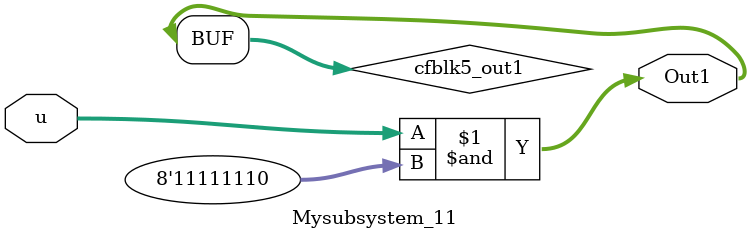
<source format=v>



`timescale 1 ns / 1 ns

module Mysubsystem_11
          (u,
           Out1);


  input   [7:0] u;  // uint8
  output  [7:0] Out1;  // uint8


  wire [7:0] cfblk5_out1;  // uint8


  assign cfblk5_out1 = u & 8'b11111110;



  assign Out1 = cfblk5_out1;

endmodule  // Mysubsystem_11


</source>
